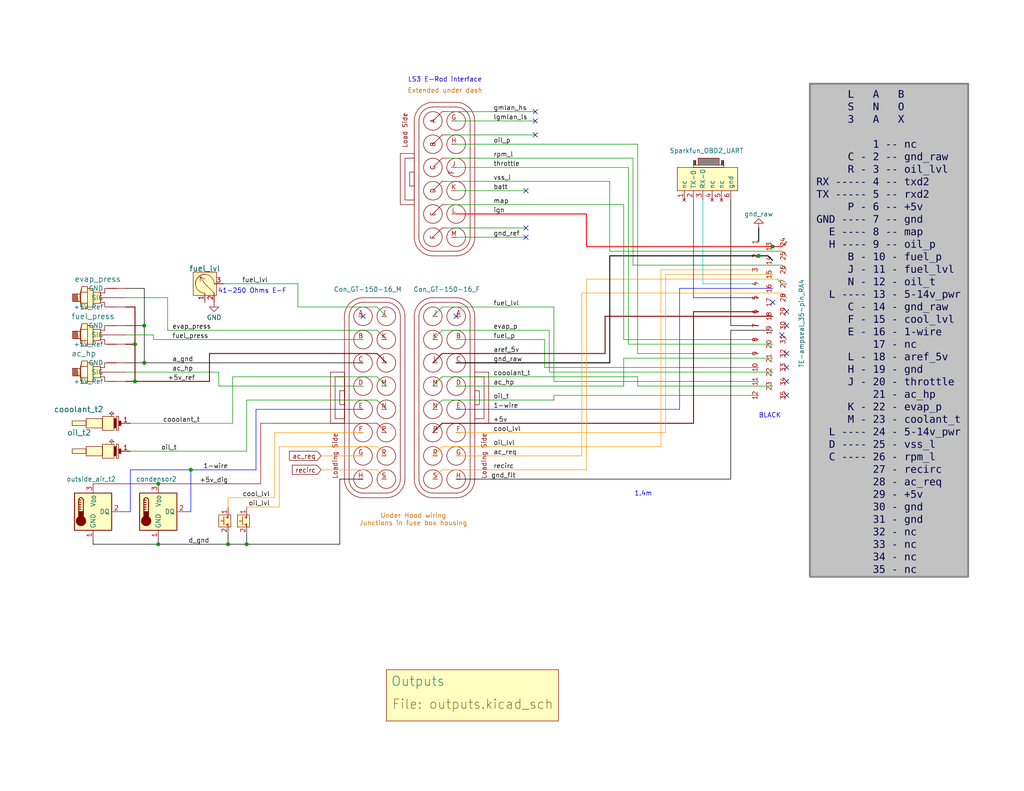
<source format=kicad_sch>
(kicad_sch (version 20231120) (generator "eeschema") (generator_version "8.0")
  (paper "USLetter")
  (title_block (title "Harness_DIY_Engine_monitoring") (date "2024-12-19") (rev "0.6") (comment 1 "Wiring harness & power driver schematic") (comment 2 "Pairs with PCB_DIY_Engine_Monitoring"))
  (lib_symbols
    (symbol "-2023:Con_GT-150-12_M" (pin_names (offset 1.016))
      (property "Value" "Con_GT-150-12_M" (at -1.27 13.97 0))
      (symbol "Con_GT-150-12_M_0_0"
        (arc (start -21.59 -2.54) (mid -20.1006 -6.1231) (end -16.51 -7.62))
        (arc (start -20.32 -2.54) (mid -19.2041 -5.2341) (end -16.51 -6.35))
        (arc (start -16.51 7.62) (mid -19.2041 6.5041) (end -20.32 3.81))
        (arc (start -16.51 8.89) (mid -20.0931 7.4006) (end -21.59 3.81))
        (rectangle (start -7.62 8.89) (end 6.35 12.7))
        (rectangle (start -6.35 8.89) (end 5.08 11.43))
        (rectangle (start -2.54 8.89) (end 1.27 10.16))
        (polyline (pts (xy -21.59 3.81) (xy -21.59 -2.54)))
        (polyline (pts (xy -20.32 -2.54) (xy -20.32 3.81)))
        (polyline (pts (xy -16.51 -7.62) (xy 15.24 -7.62)))
        (polyline (pts (xy -16.51 7.62) (xy 15.24 7.62)) (fill (type background)))
        (polyline (pts (xy 15.24 -6.35) (xy -16.51 -6.35)))
        (polyline (pts (xy 15.24 8.89) (xy -16.51 8.89)) (fill (type background)))
        (polyline (pts (xy 19.05 3.81) (xy 19.05 -2.54)))
        (polyline (pts (xy 20.32 3.81) (xy 20.32 -2.54)))
        (arc (start 15.24 -7.62) (mid 18.8231 -6.1306) (end 20.32 -2.54))
        (arc (start 15.24 -6.35) (mid 17.9341 -5.2341) (end 19.05 -2.54))
        (arc (start 19.05 3.81) (mid 17.9341 6.5041) (end 15.24 7.62))
        (arc (start 20.32 3.81) (mid 18.8306 7.3931) (end 15.24 8.89))
        (text "F" (at 1.27 -1.27 0) (effects (font (size 1.27 1.27))))
        (text "Load Side" (at 12.7 11.43 0) (effects (font (size 1.27 1.27))))
      )
      (symbol "Con_GT-150-12_M_0_1"
        (circle (center -16.51 -2.54) (radius 2.54))
        (circle (center -10.16 -2.54) (radius 2.54))
        (circle (center -3.81 -2.54) (radius 2.54))
        (circle (center 2.54 -2.54) (radius 2.54))
        (circle (center 8.89 -2.54) (radius 2.54))
        (circle (center 15.24 -2.54) (radius 2.54))
      )
      (symbol "Con_GT-150-12_M_1_1"
        (circle (center -16.51 3.81) (radius 2.54))
        (circle (center -10.16 3.81) (radius 2.54))
        (circle (center -3.81 3.81) (radius 2.54))
        (polyline (pts (xy -13.97 1.27) (xy -16.51 3.81)))
        (polyline (pts (xy -7.62 1.27) (xy -10.16 3.81)))
        (polyline (pts (xy -1.27 1.27) (xy -3.81 3.81)))
        (polyline (pts (xy 5.08 1.27) (xy 2.54 3.81)))
        (polyline (pts (xy 11.43 1.27) (xy 8.89 3.81)))
        (polyline (pts (xy 15.24 3.81) (xy 17.78 1.27)))
        (circle (center 2.54 3.81) (radius 2.54))
        (circle (center 8.89 3.81) (radius 2.54))
        (circle (center 15.24 3.81) (radius 2.54))
        (text "A" (at 15.24 3.81 0) (effects (font (size 1.27 1.27))))
        (text "B" (at 8.89 3.81 0) (effects (font (size 1.27 1.27))))
        (text "C" (at 2.54 3.81 0) (effects (font (size 1.27 1.27))))
        (text "D" (at -3.81 3.81 0) (effects (font (size 1.27 1.27))))
        (text "E" (at -10.16 3.81 0) (effects (font (size 1.27 1.27))))
        (text "F" (at -16.51 3.81 0) (effects (font (size 1.27 1.27))))
        (pin passive line (at 15.24 -2.54 90) (length 1.27) (name "~") (number "G"))
        (pin passive line (at 8.89 -2.54 90) (length 1.27) (name "~") (number "H"))
        (pin passive line (at 2.54 -2.54 90) (length 1.27) (name "~") (number "J"))
        (pin passive line (at -3.81 -2.54 90) (length 1.27) (name "~") (number "K"))
        (pin passive line (at -10.16 -2.54 90) (length 1.27) (name "~") (number "L"))
        (pin passive line (at -16.51 -2.54 90) (length 1.27) (name "~") (number "M"))
        (pin passive line (at -13.97 0 90) (length 1.27) (name "~") (number "~"))
        (pin passive line (at -7.62 0 90) (length 1.27) (name "~") (number "~"))
        (pin passive line (at -1.27 0 90) (length 1.27) (name "~") (number "~"))
        (pin passive line (at 5.08 0 90) (length 1.27) (name "~") (number "~"))
        (pin passive line (at 11.43 0 90) (length 1.27) (name "~") (number "~"))
        (pin passive line (at 17.78 0 90) (length 1.27) (name "~") (number "~"))
      )
    )
    (symbol "-KiCAD-parts:CANBED_DUAL"
      (symbol "CANBED_DUAL_1_1"
        (rectangle (start -2.54 -2.54) (end 15.24 -35.56) (fill (type background)))
        (text "http://docs.longan-labs.cc/1030019/" (at 2.54 -21.59 900) (effects (font (size 0.889 0.889))))
        (pin power_in line (at 0 0 270) (length 2.54) (name "VIN") (number "1"))
        (pin input line (at -5.08 -20.32 0) (length 2.54) (name "A3") (number "10"))
        (pin bidirectional line (at -5.08 -22.86 0) (length 2.54) (name "D25") (number "11"))
        (pin input line (at -5.08 -25.4 0) (length 2.54) (name "A0") (number "12"))
        (pin input line (at -5.08 -27.94 0) (length 2.54) (name "A1") (number "13"))
        (pin input line (at -5.08 -30.48 0) (length 2.54) (name "A2") (number "14"))
        (pin power_in line (at -5.08 -33.02 0) (length 2.54) (name "5V") (number "15"))
        (pin input line (at 17.78 -12.7 180) (length 2.54) (name "RX") (number "16"))
        (pin output line (at 17.78 -15.24 180) (length 2.54) (name "TX") (number "17"))
        (pin bidirectional line (at 17.78 -17.78 180) (length 2.54) (name "SDA") (number "18"))
        (pin bidirectional line (at 17.78 -20.32 180) (length 2.54) (name "SCL") (number "19"))
        (pin power_in line (at 2.54 0 270) (length 2.54) (name "GND") (number "2"))
        (pin bidirectional line (at 17.78 -22.86 180) (length 2.54) (name "D21") (number "20"))
        (pin bidirectional line (at 17.78 -25.4 180) (length 2.54) (name "D22") (number "21"))
        (pin bidirectional line (at 17.78 -27.94 180) (length 2.54) (name "D23") (number "22"))
        (pin power_out line (at 17.78 -30.48 180) (length 2.54) (name "3.3V") (number "24"))
        (pin power_out line (at 17.78 -33.02 180) (length 2.54) (name "GND") (number "25"))
        (pin bidirectional line (at 5.08 0 270) (length 2.54) (name "CAN0H") (number "3"))
        (pin bidirectional line (at 7.62 0 270) (length 2.54) (name "CAN0L") (number "4"))
        (pin bidirectional line (at 10.16 0 270) (length 2.54) (name "CAN1H") (number "5"))
        (pin bidirectional line (at 12.7 0 270) (length 2.54) (name "CAN1L") (number "6"))
        (pin bidirectional line (at -5.08 -12.7 0) (length 2.54) (name "D10") (number "7"))
        (pin bidirectional line (at -5.08 -15.24 0) (length 2.54) (name "D19") (number "8"))
        (pin bidirectional line (at -5.08 -17.78 0) (length 2.54) (name "D20") (number "9"))
      )
    )
    (symbol "-KiCAD-parts:Con_GT-150-16_F" (pin_names (offset 1.016))
      (property "Value" "Con_GT-150-16_F" (at -16.51 10.16 0))
      (symbol "Con_GT-150-16_F_0_0"
        (polyline (pts (xy 10.16 -7.62) (xy 22.86 -7.62)))
        (polyline (pts (xy 10.16 6.35) (xy 22.86 6.35)))
        (polyline (pts (xy 22.86 -8.89) (xy 10.16 -8.89)))
        (polyline (pts (xy 22.86 7.62) (xy 10.16 7.62)))
        (text "Loading Side" (at 16.51 10.16 0) (effects (font (size 1.27 1.27))))
      )
      (symbol "Con_GT-150-16_F_1_1"
        (arc (start -26.67 -3.81) (mid -25.1806 -7.3931) (end -21.59 -8.89))
        (arc (start -25.4 -3.81) (mid -24.2841 -6.5041) (end -21.59 -7.62))
        (circle (center -21.59 -3.81) (radius 2.54))
        (circle (center -21.59 2.54) (radius 2.54))
        (arc (start -21.59 6.35) (mid -24.2841 5.2341) (end -25.4 2.54))
        (arc (start -21.59 7.62) (mid -25.1731 6.1306) (end -26.67 2.54))
        (circle (center -15.24 -3.81) (radius 2.54))
        (circle (center -15.24 2.54) (radius 2.54))
        (circle (center -8.89 -3.81) (radius 2.54))
        (circle (center -8.89 2.54) (radius 2.54))
        (rectangle (start -6.35 7.62) (end 7.62 11.43))
        (rectangle (start -5.08 7.62) (end 6.35 10.16))
        (circle (center -2.54 -3.81) (radius 2.54))
        (circle (center -2.54 2.54) (radius 2.54))
        (rectangle (start -1.27 7.62) (end 2.54 8.89))
        (polyline (pts (xy -26.67 2.54) (xy -26.67 -3.81)))
        (polyline (pts (xy -25.4 -3.81) (xy -25.4 2.54)))
        (polyline (pts (xy -21.59 -8.89) (xy 10.16 -8.89)))
        (polyline (pts (xy -21.59 6.35) (xy 10.16 6.35)) (fill (type background)))
        (polyline (pts (xy 10.16 -7.62) (xy -21.59 -7.62)))
        (polyline (pts (xy 10.16 7.62) (xy -21.59 7.62)))
        (polyline (pts (xy 26.67 2.54) (xy 26.67 -3.81)))
        (polyline (pts (xy 27.94 2.54) (xy 27.94 -3.81)))
        (circle (center 3.81 -3.81) (radius 2.54))
        (circle (center 3.81 2.54) (radius 2.54))
        (circle (center 10.16 -3.81) (radius 2.54))
        (circle (center 10.16 2.54) (radius 2.54))
        (circle (center 16.51 -3.81) (radius 2.54))
        (circle (center 16.51 2.54) (radius 2.54))
        (arc (start 22.86 -8.89) (mid 26.4431 -7.4006) (end 27.94 -3.81))
        (arc (start 22.86 -7.62) (mid 25.5541 -6.5041) (end 26.67 -3.81))
        (circle (center 22.86 -3.81) (radius 2.54))
        (circle (center 22.86 2.54) (radius 2.54))
        (arc (start 26.67 2.54) (mid 25.5541 5.2341) (end 22.86 6.35))
        (arc (start 27.94 2.54) (mid 26.4506 6.1231) (end 22.86 7.62))
        (pin passive line (at -21.59 2.54 90) (length 1.27) (name "~") (number "A"))
        (pin passive line (at -15.24 2.54 90) (length 1.27) (name "~") (number "B"))
        (pin passive line (at -8.89 2.54 90) (length 1.27) (name "~") (number "C"))
        (pin passive line (at -2.54 2.54 90) (length 1.27) (name "~") (number "D"))
        (pin passive line (at 3.81 2.54 90) (length 1.27) (name "~") (number "E"))
        (pin passive line (at 10.16 2.54 90) (length 1.27) (name "~") (number "F"))
        (pin passive line (at 16.51 2.54 90) (length 1.27) (name "~") (number "G"))
        (pin passive line (at 22.86 2.54 90) (length 1.27) (name "~") (number "H"))
        (pin passive line (at -21.59 -3.81 90) (length 1.27) (name "~") (number "J"))
        (pin passive line (at -15.24 -3.81 90) (length 1.27) (name "~") (number "K"))
        (pin passive line (at -8.89 -3.81 90) (length 1.27) (name "~") (number "L"))
        (pin passive line (at -2.54 -3.81 90) (length 1.27) (name "~") (number "M"))
        (pin passive line (at 3.81 -3.81 90) (length 1.27) (name "~") (number "N"))
        (pin passive line (at 10.16 -3.81 90) (length 1.27) (name "~") (number "P"))
        (pin passive line (at 16.51 -3.81 90) (length 1.27) (name "~") (number "R"))
        (pin passive line (at 22.86 -3.81 90) (length 1.27) (name "~") (number "S"))
      )
    )
    (symbol "-KiCAD-parts:SW_SPDT" (power) (pin_names (offset 1.016))
      (symbol "SW_SPDT_0_0"
        (rectangle (start -1.905 1.905) (end 3.175 -1.905) (fill (type background)))
      )
      (symbol "SW_SPDT_0_1"
        (polyline (pts (xy -1.27 0) (xy 2.286 0.508)))
        (polyline (pts (xy 2.286 -1.27) (xy 2.032 -0.762) (xy 1.778 -1.27) (xy 2.54 -1.27)))
        (polyline (pts (xy 2.286 1.27) (xy 2.032 0.762) (xy 1.778 1.27) (xy 2.54 1.27)))
      )
      (symbol "SW_SPDT_1_1"
        (pin passive line (at -3.81 0 0) (length 2.54) (name "~") (number "1"))
        (pin passive line (at 5.08 1.27 180) (length 2.54) (name "~") (number "2"))
        (pin passive line (at 5.08 -1.27 180) (length 2.54) (name "~") (number "3"))
      )
    )
    (symbol "-KiCAD-parts:Temp_transducer" (pin_names (offset 1.016))
      (property "Value" "Temp_transducer" (at -0.635 4.445 0))
      (symbol "Temp_transducer_0_1"
        (rectangle (start -4.445 0.635) (end -5.08 -0.635) (fill (type outline)))
        (rectangle (start -4.445 1.905) (end -3.81 -1.905) (fill (type background)))
        (rectangle (start -3.175 1.27) (end -3.81 -1.27) (fill (type outline)))
        (rectangle (start -3.175 1.905) (end 0 -1.905) (fill (type background)))
        (polyline (pts (xy -2.54 -1.905) (xy -2.54 -2.54) (xy -3.175 -2.54) (xy -2.54 -3.175) (xy -1.905 -2.54) (xy -2.54 -2.54)))
        (rectangle (start 0 1.27) (end 4.445 -1.27) (fill (type background)))
        (rectangle (start 4.445 0.635) (end 8.255 -0.635) (fill (type background)))
      )
      (symbol "Temp_transducer_1_1"
        (pin output line (at -7.62 0 0) (length 2.54) (name "~") (number "1"))
      )
    )
    (symbol "-KiCAD-parts:Variable_Resistor" (pin_names (offset 1.016))
      (property "Value" "Variable_Resistor" (at 0 5.08 0))
      (symbol "Variable_Resistor_0_1"
        (rectangle (start -1.905 3.175) (end 4.445 -3.175) (fill (type background)))
        (polyline (pts (xy 1.27 0) (xy -1.27 -2.54)) (stroke (width 0.127)))
        (polyline (pts (xy 3.175 1.27) (xy 2.54 0)) (stroke (width 0.127)))
        (polyline (pts (xy 1.27 0) (xy 3.175 1.27) (xy 1.905 1.27)) (stroke (width 0.127)))
        (arc (start 1.27 -2.54) (mid 3.799 0) (end 1.27 2.54) (stroke (width 0.127)))
        (arc (start 3.81 0) (mid 1.27 2.529) (end -1.27 0) (stroke (width 0.127)))
      )
      (symbol "Variable_Resistor_1_1"
        (pin passive line (at -3.81 0 0) (length 2.54) (name "~") (number "1"))
        (pin passive line (at -3.81 -2.54 0) (length 2.54) (name "~") (number "2"))
        (pin passive line (at 1.27 -5.08 90) (length 2.54) (name "~") (number "3"))
      )
    )
    (symbol "Connector_Generic:Conn_01x06" (pin_names (offset 1.016) hide)
      (property "Reference" "J" (at 0 7.62 0))
      (property "Value" "Conn_01x06" (at 0 -10.16 0))
      (symbol "Conn_01x06_1_1"
        (rectangle (start -1.27 -7.493) (end 0 -7.747) (stroke (width 0.1524)))
        (rectangle (start -1.27 -4.953) (end 0 -5.207) (stroke (width 0.1524)))
        (rectangle (start -1.27 -2.413) (end 0 -2.667) (stroke (width 0.1524)))
        (rectangle (start -1.27 0.127) (end 0 -0.127) (stroke (width 0.1524)))
        (rectangle (start -1.27 2.667) (end 0 2.413) (stroke (width 0.1524)))
        (rectangle (start -1.27 5.207) (end 0 4.953) (stroke (width 0.1524)))
        (rectangle (start -1.27 6.35) (end 1.27 -8.89) (stroke (width 0.254)) (fill (type background)))
        (pin passive line (at -5.08 5.08 0) (length 3.81) (name "Pin_1") (number "1"))
        (pin passive line (at -5.08 2.54 0) (length 3.81) (name "Pin_2") (number "2"))
        (pin passive line (at -5.08 0 0) (length 3.81) (name "Pin_3") (number "3"))
        (pin passive line (at -5.08 -2.54 0) (length 3.81) (name "Pin_4") (number "4"))
        (pin passive line (at -5.08 -5.08 0) (length 3.81) (name "Pin_5") (number "5"))
        (pin passive line (at -5.08 -7.62 0) (length 3.81) (name "Pin_6") (number "6"))
      )
    )
    (symbol "KiCAD-parts:Pressure_transducer" (pin_names (offset 1.016))
      (property "Value" "Pressure_transducer" (at 0 5.08 0))
      (symbol "Pressure_transducer_0_0"
        (polyline (pts (xy -0.635 -1.27) (xy -2.54 -1.27)))
        (polyline (pts (xy -5.08 -3.81) (xy -1.905 -3.81) (xy -1.905 -2.54) (xy -0.635 -2.54)))
        (polyline (pts (xy -5.08 1.27) (xy -1.905 1.27) (xy -1.905 0) (xy -0.635 0)))
      )
      (symbol "Pressure_transducer_0_1"
        (polyline (pts (xy 1.27 0.254) (xy 1.27 -2.794)))
        (polyline (pts (xy 2.794 0.254) (xy 4.572 0.254)))
        (polyline (pts (xy 4.826 -2.286) (xy 4.826 -0.254)))
        (polyline (pts (xy 5.588 -2.286) (xy 5.334 -0.254)))
        (polyline (pts (xy 5.842 -2.286) (xy 5.588 -0.254)))
        (polyline (pts (xy 6.096 -2.286) (xy 5.842 -0.254)))
        (polyline (pts (xy 6.35 -2.286) (xy 6.096 -0.254)))
        (polyline (pts (xy 6.604 -2.286) (xy 6.35 -0.254)))
        (polyline (pts (xy 6.858 -2.286) (xy 6.604 -0.254)))
        (polyline (pts (xy 2.794 1.27) (xy 2.794 -3.81) (xy 1.27 -3.81) (xy 1.27 -2.794) (xy -0.762 -2.794) (xy -0.762 0.254) (xy 1.27 0.254) (xy 1.27 1.27) (xy 2.794 1.27) (xy 2.794 1.778) (xy 4.318 1.778) (xy 4.826 -0.254) (xy 6.858 -0.254) (xy 6.858 -2.286) (xy 4.826 -2.286) (xy 4.318 -4.318) (xy 2.794 -4.318) (xy 2.794 -2.794) (xy 4.572 -2.794)) (fill (type background)))
        (arc (start 4.318 -4.318) (mid 4.6409 -1.27) (end 4.318 1.778))
        (pin input line (at -7.62 1.27 0) (length 5.08) (name "+5V_Ref") (number "~"))
      )
      (symbol "Pressure_transducer_1_1"
        (pin input line (at -7.62 -3.81 0) (length 5.08) (name "GND") (number "~"))
        (pin output line (at -7.62 -1.27 0) (length 5.08) (name "SIG") (number "~"))
      )
    )
    (symbol "KiCAD-parts:SW_NO" (pin_names (offset 1.016))
      (symbol "SW_NO_0_0"
        (polyline (pts (xy 0.762 -1.27) (xy 1.27 -1.27) (xy 1.016 -0.762) (xy 0.762 -1.27)))
      )
      (symbol "SW_NO_0_1"
        (polyline (pts (xy -1.27 -0.127) (xy 1.143 -0.127)))
        (polyline (pts (xy 0 0) (xy 0 0.762)))
        (polyline (pts (xy -1.27 -1.27) (xy -1.016 -0.762) (xy -0.762 -1.27) (xy -1.27 -1.27)))
        (rectangle (start 1.651 -2.032) (end -1.651 1.27) (fill (type background)))
      )
      (symbol "SW_NO_1_1"
        (pin bidirectional line (at -3.81 -1.27 0) (length 2.54) (name "~") (number "1"))
        (pin bidirectional line (at 3.81 -1.27 180) (length 2.54) (name "~") (number "2"))
      )
    )
    (symbol "KiCAD-parts:Splice_pack" (pin_numbers hide) (pin_names hide) (on_board no)
      (property "Reference" "SP205" (at -0.3175 10.637 90))
      (symbol "Splice_pack_0_1"
        (rectangle (start -2.54 10.795) (end 2.54 3.81) (stroke (width 0.1524)))
        (polyline (pts (xy -0.635 4.445) (xy 0.635 4.445)) (stroke (width 0.1524)))
        (polyline (pts (xy -0.635 10.16) (xy 0.635 10.16)) (stroke (width 0.1524)))
        (polyline (pts (xy 0 4.445) (xy 0.635 5.08)) (stroke (width 0.1524)))
        (polyline (pts (xy 0 10.16) (xy 0.635 9.525)) (stroke (width 0.1524)))
        (polyline (pts (xy -0.635 3.175) (xy 0 2.54) (xy 0.635 3.175)) (stroke (width 0.1524)))
        (polyline (pts (xy -0.635 11.43) (xy 0 12.065) (xy 0.635 11.43)) (stroke (width 0.1524)))
        (polyline (pts (xy 0 6.985) (xy 0 4.445) (xy -0.635 5.08)) (stroke (width 0.1524)))
        (polyline (pts (xy 0 6.985) (xy 0 10.16) (xy -0.635 9.525)) (stroke (width 0.1524)))
        (circle (center 0 6.985) (radius 0.635) (stroke (width 0.1524)) (fill (type outline)))
      )
      (symbol "Splice_pack_1_1"
        (pin input line (at 0 0 90) (length 2.54) (name "") (number ""))
        (pin input line (at 0 14.605 270) (length 2.54) (name "") (number ""))
      )
    )
    (symbol "Sensor_Temperature:DS18S20"
      (property "Reference" "U" (at -3.81 6.35 0))
      (property "Value" "DS18S20" (at 6.35 6.35 0))
      (symbol "DS18S20_0_1"
        (rectangle (start -5.08 5.08) (end 5.08 -5.08) (stroke (width 0.254)) (fill (type background)))
        (circle (center -3.302 -2.54) (radius 1.27) (stroke (width 0.254)) (fill (type outline)))
        (rectangle (start -2.667 -1.905) (end -3.937 0) (stroke (width 0.254)) (fill (type outline)))
        (arc (start -2.667 3.175) (mid -3.302 3.8073) (end -3.937 3.175) (stroke (width 0.254)))
        (polyline (pts (xy -3.937 0.635) (xy -3.302 0.635)) (stroke (width 0.254)))
        (polyline (pts (xy -3.937 1.27) (xy -3.302 1.27)) (stroke (width 0.254)))
        (polyline (pts (xy -3.937 1.905) (xy -3.302 1.905)) (stroke (width 0.254)))
        (polyline (pts (xy -3.937 2.54) (xy -3.302 2.54)) (stroke (width 0.254)))
        (polyline (pts (xy -3.937 3.175) (xy -3.937 0)) (stroke (width 0.254)))
        (polyline (pts (xy -3.937 3.175) (xy -3.302 3.175)) (stroke (width 0.254)))
        (polyline (pts (xy -2.667 3.175) (xy -2.667 0)) (stroke (width 0.254)))
      )
      (symbol "DS18S20_1_1"
        (pin power_in line (at 0 -7.62 90) (length 2.54) (name "GND") (number "1"))
        (pin bidirectional line (at 7.62 0 180) (length 2.54) (name "DQ") (number "2"))
        (pin power_in line (at 0 7.62 270) (length 2.54) (name "V_{DD}") (number "3"))
      )
    )
    (symbol "power:GND" (power) (pin_numbers hide) (pin_names (offset 0) hide)
      (property "Value" "GND" (at 0 -3.81 0))
      (symbol "GND_0_1"
        (polyline (pts (xy 0 0) (xy 0 -1.27) (xy 1.27 -1.27) (xy 0 -2.54) (xy -1.27 -1.27) (xy 0 -1.27)))
      )
      (symbol "GND_1_1"
        (pin power_in line (at 0 0 270) (length 0) (name "~") (number "1"))
      )
    )
    (symbol "~2023:Con_GT-150-16_M" (pin_names (offset 1.016))
      (property "Value" "Con_GT-150-16_M" (at 17.78 10.16 0))
      (symbol "Con_GT-150-16_M_0_0"
        (polyline (pts (xy 10.16 -7.62) (xy 22.86 -7.62)))
        (polyline (pts (xy 10.16 6.35) (xy 22.86 6.35)))
        (polyline (pts (xy 22.86 -8.89) (xy 10.16 -8.89)))
        (polyline (pts (xy 22.86 7.62) (xy 10.16 7.62)))
        (text "Loading Side" (at -15.24 10.16 0) (effects (font (size 1.27 1.27))))
      )
      (symbol "Con_GT-150-16_M_1_1"
        (arc (start -26.67 -3.81) (mid -25.1806 -7.3931) (end -21.59 -8.89))
        (arc (start -25.4 -3.81) (mid -24.2841 -6.5041) (end -21.59 -7.62))
        (circle (center -21.59 -3.81) (radius 2.54))
        (circle (center -21.59 2.54) (radius 2.54))
        (arc (start -21.59 6.35) (mid -24.2841 5.2341) (end -25.4 2.54))
        (arc (start -21.59 7.62) (mid -25.1731 6.1306) (end -26.67 2.54))
        (circle (center -15.24 -3.81) (radius 2.54))
        (circle (center -15.24 2.54) (radius 2.54))
        (circle (center -8.89 -3.81) (radius 2.54))
        (circle (center -8.89 2.54) (radius 2.54))
        (rectangle (start -6.35 7.62) (end 7.62 11.43))
        (rectangle (start -5.08 7.62) (end 6.35 10.16))
        (circle (center -2.54 -3.81) (radius 2.54))
        (circle (center -2.54 2.54) (radius 2.54))
        (rectangle (start -1.27 7.62) (end 2.54 8.89))
        (polyline (pts (xy -26.67 2.54) (xy -26.67 -3.81)))
        (polyline (pts (xy -25.4 -3.81) (xy -25.4 2.54)))
        (polyline (pts (xy -21.59 -8.89) (xy 10.16 -8.89)))
        (polyline (pts (xy -21.59 6.35) (xy 10.16 6.35)) (fill (type background)))
        (polyline (pts (xy 10.16 -7.62) (xy -21.59 -7.62)))
        (polyline (pts (xy 10.16 7.62) (xy -21.59 7.62)))
        (polyline (pts (xy 26.67 2.54) (xy 26.67 -3.81)))
        (polyline (pts (xy 27.94 2.54) (xy 27.94 -3.81)))
        (circle (center 3.81 -3.81) (radius 2.54))
        (circle (center 3.81 2.54) (radius 2.54))
        (circle (center 10.16 -3.81) (radius 2.54))
        (circle (center 10.16 2.54) (radius 2.54))
        (circle (center 16.51 -3.81) (radius 2.54))
        (circle (center 16.51 2.54) (radius 2.54))
        (arc (start 22.86 -8.89) (mid 26.4431 -7.4006) (end 27.94 -3.81))
        (arc (start 22.86 -7.62) (mid 25.5541 -6.5041) (end 26.67 -3.81))
        (circle (center 22.86 -3.81) (radius 2.54))
        (circle (center 22.86 2.54) (radius 2.54))
        (arc (start 26.67 2.54) (mid 25.5541 5.2341) (end 22.86 6.35))
        (arc (start 27.94 2.54) (mid 26.4506 6.1231) (end 22.86 7.62))
        (pin passive line (at 22.86 2.54 90) (length 1.27) (name "~") (number "A"))
        (pin passive line (at 16.51 2.54 90) (length 1.27) (name "~") (number "B"))
        (pin passive line (at 10.16 2.54 90) (length 1.27) (name "~") (number "C"))
        (pin passive line (at 3.81 2.54 90) (length 1.27) (name "~") (number "D"))
        (pin passive line (at -2.54 2.54 90) (length 1.27) (name "~") (number "E"))
        (pin passive line (at -8.89 2.54 90) (length 1.27) (name "~") (number "F"))
        (pin passive line (at -15.24 2.54 90) (length 1.27) (name "~") (number "G"))
        (pin passive line (at -21.59 2.54 90) (length 1.27) (name "~") (number "H"))
        (pin passive line (at 22.86 -3.81 90) (length 1.27) (name "~") (number "J"))
        (pin passive line (at 16.51 -3.81 90) (length 1.27) (name "~") (number "K"))
        (pin passive line (at 10.16 -3.81 90) (length 1.27) (name "~") (number "L"))
        (pin passive line (at 3.81 -3.81 90) (length 1.27) (name "~") (number "M"))
        (pin passive line (at -2.54 -3.81 90) (length 1.27) (name "~") (number "N"))
        (pin passive line (at -8.89 -3.81 90) (length 1.27) (name "~") (number "P"))
        (pin passive line (at -15.24 -3.81 90) (length 1.27) (name "~") (number "R"))
        (pin passive line (at -21.59 -3.81 90) (length 1.27) (name "~") (number "S"))
      )
    )
    (symbol "~2023:Sparkfun_OBD2_UART"
      (property "Value" "Sparkfun_OBD2_UART" (at 9.144 4.064 0))
      (symbol "Sparkfun_OBD2_UART_1_1"
        (rectangle (start 2.54 1.905) (end 8.89 -14.605) (fill (type background)))
        (rectangle (start 8.89 -2.54) (end 9.525 -10.795))
        (rectangle (start 9.525 -10.16) (end 10.795 -10.795) (fill (type color) (color 72 72 72 1)))
        (rectangle (start 9.525 -3.81) (end 11.43 -9.525) (fill (type color) (color 132 132 132 1)))
        (rectangle (start 9.525 -2.54) (end 10.795 -3.175) (fill (type color) (color 72 72 72 1)))
        (pin no_connect line (at 0 0 0) (length 2.54) (name "nc") (number "1"))
        (pin output line (at 0 -2.54 0) (length 2.54) (name "TX-0") (number "2"))
        (pin input line (at 0 -5.08 0) (length 2.54) (name "RX-0") (number "3"))
        (pin no_connect line (at 0 -7.62 0) (length 2.54) (name "nc") (number "4"))
        (pin no_connect line (at 0 -10.16 0) (length 2.54) (name "nc") (number "5"))
        (pin power_in line (at 0 -12.7 0) (length 2.54) (name "gnd") (number "6"))
      )
    )
    (symbol "~2023:TE-ampseal_35-pin_RA"
      (property "Reference" "TE-ampseal_35-pin_RA" (at -0.254 5.588 0))
      (symbol "TE-ampseal_35-pin_RA_1_1"
        (pin passive line (at 0 0 0) (length 0) (name "") (number "1"))
        (pin passive line (at 34.29 0 0) (length 0) (name "") (number "10"))
        (pin passive line (at 38.1 0 0) (length 0) (name "") (number "11"))
        (pin passive line (at 41.91 0 0) (length 0) (name "") (number "12"))
        (pin passive line (at 1.27 -3.81 0) (length 0) (name "") (number "13"))
        (pin passive line (at 5.08 -3.81 0) (length 0) (name "") (number "14"))
        (pin passive line (at 8.89 -3.81 0) (length 0) (name "") (number "15"))
        (pin passive line (at 12.7 -3.81 0) (length 0) (name "") (number "16"))
        (pin passive line (at 16.51 -3.81 0) (length 0) (name "") (number "17"))
        (pin passive line (at 20.32 -3.81 0) (length 0) (name "") (number "18"))
        (pin passive line (at 24.13 -3.81 0) (length 0) (name "") (number "19"))
        (pin passive line (at 3.81 0 0) (length 0) (name "") (number "2"))
        (pin passive line (at 27.94 -3.81 0) (length 0) (name "") (number "20"))
        (pin passive line (at 31.75 -3.81 0) (length 0) (name "") (number "21"))
        (pin passive line (at 35.56 -3.81 0) (length 0) (name "") (number "22"))
        (pin passive line (at 39.37 -3.81 0) (length 0) (name "") (number "23"))
        (pin passive line (at 0 -7.62 0) (length 0) (name "") (number "24"))
        (pin passive line (at 3.81 -7.62 0) (length 0) (name "") (number "25"))
        (pin passive line (at 7.62 -7.62 0) (length 0) (name "") (number "26"))
        (pin passive line (at 11.43 -7.62 0) (length 0) (name "") (number "27"))
        (pin passive line (at 15.24 -7.62 0) (length 0) (name "") (number "28"))
        (pin passive line (at 19.05 -7.62 0) (length 0) (name "") (number "29"))
        (pin passive line (at 7.62 0 0) (length 0) (name "") (number "3"))
        (pin passive line (at 22.86 -7.62 0) (length 0) (name "") (number "30"))
        (pin passive line (at 26.67 -7.62 0) (length 0) (name "") (number "31"))
        (pin passive line (at 30.48 -7.62 0) (length 0) (name "") (number "32"))
        (pin passive line (at 34.29 -7.62 0) (length 0) (name "") (number "33"))
        (pin passive line (at 38.1 -7.62 0) (length 0) (name "") (number "34"))
        (pin passive line (at 41.91 -7.62 0) (length 0) (name "") (number "35"))
        (pin passive line (at 11.43 0 0) (length 0) (name "") (number "4"))
        (pin passive line (at 15.24 0 0) (length 0) (name "") (number "5"))
        (pin passive line (at 19.05 0 0) (length 0) (name "") (number "6"))
        (pin passive line (at 22.86 0 0) (length 0) (name "") (number "7"))
        (pin passive line (at 26.67 0 0) (length 0) (name "") (number "8"))
        (pin passive line (at 30.48 0 0) (length 0) (name "") (number "9"))
      )
    )
  )
  (junction (at 43.18 148.59))
  (junction (at 207.01 69.85))
  (junction (at 62.23 148.59))
  (junction (at 39.37 99.06))
  (junction (at 335.28 67.31))
  (junction (at 36.83 93.98))
  (junction (at 36.83 104.14))
  (junction (at 210.82 67.31))
  (junction (at 52.07 128.27))
  (junction (at 43.18 132.08))
  (junction (at 39.37 88.9))
  (junction (at 67.31 148.59))
  (no_connect (at 146.05 33.02))
  (no_connect (at 213.36 91.44))
  (no_connect (at 350.52 97.79))
  (no_connect (at 146.05 30.48))
  (no_connect (at 327.66 87.63))
  (no_connect (at 350.52 82.55))
  (no_connect (at 350.52 85.09))
  (no_connect (at 327.66 92.71))
  (no_connect (at 350.52 92.71))
  (no_connect (at 146.05 36.83))
  (no_connect (at 214.63 104.14))
  (no_connect (at 214.63 88.9))
  (no_connect (at 350.52 95.25))
  (no_connect (at 327.66 100.33))
  (no_connect (at 143.51 64.77))
  (no_connect (at 214.63 100.33))
  (no_connect (at 99.06 86.36))
  (no_connect (at 143.51 62.23))
  (no_connect (at 350.52 100.33))
  (no_connect (at 143.51 52.07))
  (no_connect (at 327.66 95.25))
  (no_connect (at 210.82 82.55))
  (no_connect (at 327.66 90.17))
  (no_connect (at 327.66 82.55))
  (no_connect (at 214.63 85.09))
  (no_connect (at 214.63 96.52))
  (no_connect (at 327.66 97.79))
  (no_connect (at 124.46 86.36))
  (no_connect (at 327.66 102.87))
  (no_connect (at 327.66 85.09))
  (no_connect (at 214.63 107.95))
  (wire (pts (xy 36.83 93.98) (xy 36.83 104.14)) (stroke (width 0.254) (color 132 0 0 1)))
  (wire (pts (xy 173.99 102.87) (xy 173.99 105.41)))
  (wire (pts (xy 71.12 115.57) (xy 71.12 132.08)) (stroke (width 0) (color 194 0 0 1)))
  (wire (pts (xy 25.4 132.08) (xy 43.18 132.08)) (stroke (width 0) (color 132 0 0 1)))
  (wire (pts (xy 329.565 43.18) (xy 328.295 43.18)))
  (wire (pts (xy 35.56 115.57) (xy 63.5 115.57)))
  (wire (pts (xy 36.83 83.82) (xy 36.83 93.98)) (stroke (width 0.254) (color 132 0 0 1)))
  (wire (pts (xy 170.18 92.71) (xy 207.01 92.71)))
  (wire (pts (xy 120.65 121.92) (xy 118.11 124.46)) (stroke (width 0) (color 255 153 0 1)))
  (wire (pts (xy 120.65 96.52) (xy 165.1 96.52)) (stroke (width 0.254) (color 132 0 0 1)))
  (wire (pts (xy 105.41 118.11) (xy 102.87 115.57)) (stroke (width 0) (color 194 0 0 1)))
  (wire (pts (xy 34.29 101.6) (xy 59.69 101.6)))
  (wire (pts (xy 329.565 35.56) (xy 328.295 35.56)))
  (wire (pts (xy 160.02 76.2) (xy 212.09 76.2)) (stroke (width 0) (color 255 153 0 1)))
  (wire (pts (xy 76.2 121.92) (xy 76.2 138.43)) (stroke (width 0) (color 255 153 0 1)))
  (wire (pts (xy 149.86 90.17) (xy 149.86 101.6)))
  (wire (pts (xy 39.37 78.74) (xy 39.37 88.9)) (stroke (width 0) (color 0 0 0 1)))
  (wire (pts (xy 36.83 104.14) (xy 57.15 104.14)) (stroke (width 0.254) (color 132 0 0 1)))
  (wire (pts (xy 185.42 78.74) (xy 185.42 111.76)) (stroke (width 0) (color 0 0 255 1)))
  (wire (pts (xy 121.92 36.83) (xy 146.05 36.83)))
  (wire (pts (xy 151.13 107.95) (xy 207.01 107.95)))
  (wire (pts (xy 59.69 101.6) (xy 59.69 105.41)))
  (wire (pts (xy 173.99 39.37) (xy 173.99 96.52)))
  (wire (pts (xy 63.5 102.87) (xy 102.87 102.87)))
  (wire (pts (xy 121.92 30.48) (xy 146.05 30.48)))
  (wire (pts (xy 120.65 115.57) (xy 189.23 115.57)) (stroke (width 0.254) (color 132 0 0 1)))
  (wire (pts (xy 151.13 83.82) (xy 151.13 104.14)))
  (wire (pts (xy 170.18 55.88) (xy 170.18 92.71)))
  (wire (pts (xy 335.28 67.31) (xy 335.28 69.85)))
  (wire (pts (xy 124.46 118.11) (xy 181.61 118.11)) (stroke (width 0) (color 255 153 0 1)))
  (wire (pts (xy 160.02 58.42) (xy 160.02 67.31)) (stroke (width 0.254) (color 255 0 0 1)))
  (wire (pts (xy 160.02 76.2) (xy 160.02 128.27)) (stroke (width 0) (color 255 153 0 1)))
  (wire (pts (xy 34.29 99.06) (xy 39.37 99.06)) (stroke (width 0) (color 0 0 0 1)))
  (wire (pts (xy 25.4 148.59) (xy 43.18 148.59)) (stroke (width 0) (color 0 0 0 1)))
  (wire (pts (xy 121.92 62.23) (xy 143.51 62.23)))
  (wire (pts (xy 337.185 53.34) (xy 342.9 53.34)))
  (wire (pts (xy 57.15 96.52) (xy 57.15 104.14)) (stroke (width 0.254) (color 132 0 0 1)))
  (wire (pts (xy 350.52 87.63) (xy 360.68 87.63)))
  (wire (pts (xy 67.31 109.22) (xy 102.87 109.22)))
  (wire (pts (xy 214.63 81.28) (xy 213.36 80.01)))
  (wire (pts (xy 45.72 90.17) (xy 102.87 90.17)))
  (wire (pts (xy 35.56 139.7) (xy 33.02 139.7)) (stroke (width 0) (color 0 0 255 1)))
  (wire (pts (xy 189.23 85.09) (xy 189.23 115.57)) (stroke (width 0.254) (color 132 0 0 1)))
  (wire (pts (xy 171.45 45.72) (xy 171.45 93.98)))
  (wire (pts (xy 171.45 93.98) (xy 210.82 93.98)))
  (wire (pts (xy 342.9 53.34) (xy 342.9 69.85)))
  (wire (pts (xy 102.87 109.22) (xy 105.41 111.76)))
  (wire (pts (xy 185.42 78.74) (xy 210.82 78.74)) (stroke (width 0) (color 0 0 255 1)))
  (wire (pts (xy 124.46 52.07) (xy 143.51 52.07)))
  (wire (pts (xy 214.63 77.47) (xy 213.36 77.47)))
  (wire (pts (xy 313.69 62.23) (xy 337.82 62.23)))
  (wire (pts (xy 124.46 33.02) (xy 146.05 33.02)))
  (wire (pts (xy 120.65 83.82) (xy 151.13 83.82)))
  (wire (pts (xy 166.37 69.85) (xy 207.01 69.85)) (stroke (width 0.254) (color 0 0 0 1)))
  (wire (pts (xy 340.36 64.77) (xy 313.69 64.77)))
  (wire (pts (xy 173.99 105.41) (xy 210.82 105.41)))
  (wire (pts (xy 149.86 101.6) (xy 210.82 101.6)))
  (wire (pts (xy 62.23 135.89) (xy 74.93 135.89)) (stroke (width 0) (color 255 153 0 1)))
  (wire (pts (xy 41.91 91.44) (xy 34.29 91.44)))
  (wire (pts (xy 124.46 45.72) (xy 171.45 45.72)))
  (wire (pts (xy 166.37 68.58) (xy 213.36 68.58)))
  (wire (pts (xy 120.65 102.87) (xy 173.99 102.87)))
  (wire (pts (xy 166.37 49.53) (xy 166.37 68.58)))
  (wire (pts (xy 158.75 80.01) (xy 158.75 124.46)) (stroke (width 0) (color 255 153 0 1)))
  (wire (pts (xy 191.77 54.61) (xy 191.77 77.47)) (stroke (width 0) (color 0 194 194 1)))
  (wire (pts (xy 67.31 146.05) (xy 67.31 148.59)) (stroke (width 0) (color 0 0 0 1)))
  (wire (pts (xy 173.99 96.52) (xy 207.01 96.52)))
  (wire (pts (xy 34.29 104.14) (xy 36.83 104.14)) (stroke (width 0.254) (color 132 0 0 1)))
  (wire (pts (xy 67.31 109.22) (xy 67.31 123.19)))
  (wire (pts (xy 124.46 105.41) (xy 170.18 105.41)))
  (wire (pts (xy 332.74 57.15) (xy 332.74 69.85)))
  (wire (pts (xy 59.69 105.41) (xy 99.06 105.41)))
  (wire (pts (xy 35.56 128.27) (xy 52.07 128.27)) (stroke (width 0) (color 0 0 255 1)))
  (wire (pts (xy 151.13 104.14) (xy 207.01 104.14)))
  (wire (pts (xy 62.23 148.59) (xy 67.31 148.59)) (stroke (width 0) (color 0 0 0 1)))
  (wire (pts (xy 105.41 92.71) (xy 102.87 90.17)))
  (wire (pts (xy 335.28 59.69) (xy 335.28 67.31)))
  (wire (pts (xy 170.18 97.79) (xy 210.82 97.79)))
  (wire (pts (xy 181.61 74.93) (xy 210.82 74.93)) (stroke (width 0) (color 255 153 0 1)))
  (wire (pts (xy 340.36 64.77) (xy 340.36 69.85)))
  (wire (pts (xy 69.85 111.76) (xy 69.85 128.27)) (stroke (width 0) (color 0 0 255 1)))
  (wire (pts (xy 35.56 123.19) (xy 67.31 123.19)))
  (wire (pts (xy 71.12 115.57) (xy 102.87 115.57)) (stroke (width 0) (color 132 0 0 1)))
  (wire (pts (xy 120.65 90.17) (xy 149.86 90.17)))
  (wire (pts (xy 74.93 118.11) (xy 99.06 118.11)) (stroke (width 0) (color 255 153 0 1)))
  (wire (pts (xy 50.8 139.7) (xy 52.07 139.7)) (stroke (width 0) (color 0 0 255 1)))
  (wire (pts (xy 335.28 59.69) (xy 313.69 59.69)))
  (wire (pts (xy 313.69 52.07) (xy 328.295 52.07)))
  (wire (pts (xy 67.31 138.43) (xy 76.2 138.43)) (stroke (width 0) (color 255 153 0 1)))
  (wire (pts (xy 121.92 49.53) (xy 166.37 49.53)))
  (wire (pts (xy 62.23 135.89) (xy 62.23 138.43)) (stroke (width 0) (color 255 153 0 1)))
  (wire (pts (xy 124.46 92.71) (xy 148.59 92.71)))
  (wire (pts (xy 166.37 69.85) (xy 166.37 99.06)) (stroke (width 0.254) (color 0 0 0 1)))
  (wire (pts (xy 160.02 67.31) (xy 210.82 67.31)) (stroke (width 0.254) (color 255 0 0 1)))
  (wire (pts (xy 43.18 147.32) (xy 43.18 148.59)) (stroke (width 0) (color 0 0 0 1)))
  (wire (pts (xy 120.65 90.17) (xy 118.11 92.71)))
  (wire (pts (xy 74.93 118.11) (xy 74.93 135.89)) (stroke (width 0) (color 255 153 0 1)))
  (wire (pts (xy 76.2 121.92) (xy 102.87 121.92)) (stroke (width 0) (color 255 153 0 1)))
  (wire (pts (xy 102.87 102.87) (xy 105.41 105.41)))
  (wire (pts (xy 191.77 77.47) (xy 207.01 77.47)) (stroke (width 0) (color 0 194 194 1)))
  (wire (pts (xy 199.39 90.17) (xy 210.82 90.17)) (stroke (width 0) (color 0 0 0 1)))
  (wire (pts (xy 181.61 74.93) (xy 181.61 118.11)) (stroke (width 0) (color 255 153 0 1)))
  (wire (pts (xy 105.41 130.81) (xy 102.87 128.27)) (stroke (width 0) (color 255 153 0 1)))
  (wire (pts (xy 199.39 88.9) (xy 207.01 88.9)) (stroke (width 0) (color 0 0 0 1)))
  (wire (pts (xy 60.96 77.47) (xy 81.28 77.47)))
  (wire (pts (xy 63.5 102.87) (xy 63.5 115.57)))
  (wire (pts (xy 105.41 99.06) (xy 102.87 96.52)) (stroke (width 0.254) (color 132 0 0 1)))
  (wire (pts (xy 25.4 148.59) (xy 25.4 147.32)) (stroke (width 0) (color 0 0 0 1)))
  (wire (pts (xy 81.28 77.47) (xy 81.28 83.82)))
  (wire (pts (xy 121.92 43.18) (xy 172.72 43.18)))
  (wire (pts (xy 120.65 121.92) (xy 180.34 121.92)) (stroke (width 0) (color 255 153 0 1)))
  (wire (pts (xy 151.13 107.95) (xy 151.13 109.22)))
  (wire (pts (xy 124.46 124.46) (xy 158.75 124.46)) (stroke (width 0) (color 255 153 0 1)))
  (wire (pts (xy 213.36 72.39) (xy 214.63 73.66)))
  (wire (pts (xy 120.65 96.52) (xy 118.11 99.06)) (stroke (width 0.254) (color 132 0 0 1)))
  (wire (pts (xy 121.92 55.88) (xy 170.18 55.88)))
  (wire (pts (xy 87.63 128.27) (xy 102.87 128.27)) (stroke (width 0) (color 255 153 0 1)))
  (wire (pts (xy 359.41 90.17) (xy 350.52 90.17)))
  (wire (pts (xy 124.46 130.81) (xy 199.39 130.81)) (stroke (width 0) (color 0 0 0 1)))
  (wire (pts (xy 213.36 77.47) (xy 212.09 76.2)))
  (wire (pts (xy 41.91 92.71) (xy 99.06 92.71)))
  (wire (pts (xy 120.65 128.27) (xy 118.11 130.81)) (stroke (width 0) (color 255 153 0 1)))
  (wire (pts (xy 43.18 148.59) (xy 62.23 148.59)) (stroke (width 0) (color 0 0 0 1)))
  (wire (pts (xy 180.34 73.66) (xy 207.01 73.66)) (stroke (width 0) (color 255 153 0 1)))
  (wire (pts (xy 52.07 128.27) (xy 52.07 139.7)) (stroke (width 0) (color 0 0 255 1)))
  (wire (pts (xy 57.15 96.52) (xy 102.87 96.52)) (stroke (width 0.254) (color 132 0 0 1)))
  (wire (pts (xy 148.59 92.71) (xy 148.59 100.33)))
  (wire (pts (xy 102.87 121.92) (xy 105.41 124.46)) (stroke (width 0) (color 255 153 0 1)))
  (wire (pts (xy 199.39 90.17) (xy 199.39 130.81)) (stroke (width 0) (color 0 0 0 1)))
  (wire (pts (xy 189.23 81.28) (xy 207.01 81.28)) (stroke (width 0) (color 0 0 194 1)))
  (wire (pts (xy 34.29 78.74) (xy 39.37 78.74)) (stroke (width 0) (color 0 0 0 1)))
  (wire (pts (xy 213.36 67.31) (xy 214.63 66.04)) (stroke (width 0.254) (color 255 0 0 1)))
  (wire (pts (xy 87.63 124.46) (xy 99.06 124.46)) (stroke (width 0) (color 255 153 0 1)))
  (wire (pts (xy 213.36 91.44) (xy 214.63 92.71)))
  (wire (pts (xy 172.72 43.18) (xy 172.72 72.39)))
  (wire (pts (xy 43.18 132.08) (xy 71.12 132.08)) (stroke (width 0) (color 132 0 0 1)))
  (wire (pts (xy 199.39 54.61) (xy 199.39 88.9)) (stroke (width 0) (color 0 0 0 1)))
  (wire (pts (xy 124.46 111.76) (xy 185.42 111.76)) (stroke (width 0) (color 0 0 255 1)))
  (wire (pts (xy 207.01 69.85) (xy 209.55 69.85)) (stroke (width 0.254) (color 0 0 0 1)))
  (wire (pts (xy 148.59 100.33) (xy 207.01 100.33)))
  (wire (pts (xy 120.65 109.22) (xy 151.13 109.22)))
  (wire (pts (xy 313.69 54.61) (xy 328.295 54.61)))
  (wire (pts (xy 39.37 88.9) (xy 39.37 99.06)) (stroke (width 0) (color 0 0 0 1)))
  (wire (pts (xy 120.65 83.82) (xy 118.11 86.36)))
  (wire (pts (xy 189.23 85.09) (xy 207.01 85.09)) (stroke (width 0.254) (color 132 0 0 1)))
  (wire (pts (xy 120.65 128.27) (xy 160.02 128.27)) (stroke (width 0) (color 255 153 0 1)))
  (wire (pts (xy 158.75 80.01) (xy 213.36 80.01)) (stroke (width 0) (color 255 153 0 1)))
  (wire (pts (xy 45.72 81.28) (xy 45.72 90.17)))
  (wire (pts (xy 92.71 130.81) (xy 99.06 130.81)) (stroke (width 0) (color 0 0 0 1)))
  (wire (pts (xy 332.74 57.15) (xy 313.69 57.15)))
  (wire (pts (xy 39.37 99.06) (xy 99.06 99.06)) (stroke (width 0) (color 0 0 0 1)))
  (wire (pts (xy 120.65 102.87) (xy 118.11 105.41)))
  (wire (pts (xy 52.07 128.27) (xy 69.85 128.27)) (stroke (width 0) (color 0 0 255 1)))
  (wire (pts (xy 62.23 146.05) (xy 62.23 148.59)) (stroke (width 0) (color 0 0 0 1)))
  (wire (pts (xy 124.46 99.06) (xy 166.37 99.06)) (stroke (width 0.254) (color 0 0 0 1)))
  (wire (pts (xy 92.71 130.81) (xy 92.71 148.59)) (stroke (width 0) (color 0 0 0 1)))
  (wire (pts (xy 170.18 97.79) (xy 170.18 105.41)))
  (wire (pts (xy 34.29 81.28) (xy 45.72 81.28)))
  (wire (pts (xy 210.82 67.31) (xy 213.36 67.31)) (stroke (width 0.254) (color 255 0 0 1)))
  (wire (pts (xy 69.85 111.76) (xy 99.06 111.76)) (stroke (width 0) (color 0 0 255 1)))
  (wire (pts (xy 105.41 86.36) (xy 102.87 83.82)))
  (wire (pts (xy 67.31 148.59) (xy 92.71 148.59)) (stroke (width 0) (color 0 0 0 1)))
  (wire (pts (xy 81.28 83.82) (xy 102.87 83.82)))
  (wire (pts (xy 36.83 93.98) (xy 34.29 93.98)) (stroke (width 0.254) (color 132 0 0 1)))
  (wire (pts (xy 120.65 115.57) (xy 118.11 118.11)) (stroke (width 0.254) (color 132 0 0 1)))
  (wire (pts (xy 337.82 62.23) (xy 337.82 69.85)))
  (wire (pts (xy 345.44 67.31) (xy 345.44 69.85)))
  (wire (pts (xy 172.72 72.39) (xy 213.36 72.39)))
  (wire (pts (xy 209.55 69.85) (xy 210.82 71.12)) (stroke (width 0.254) (color 0 0 0 1)))
  (wire (pts (xy 118.11 111.76) (xy 120.65 109.22)))
  (wire (pts (xy 335.28 67.31) (xy 345.44 67.31)))
  (wire (pts (xy 165.1 86.36) (xy 210.82 86.36)) (stroke (width 0.254) (color 132 0 0 1)))
  (wire (pts (xy 41.91 92.71) (xy 41.91 91.44)))
  (wire (pts (xy 213.36 68.58) (xy 214.63 69.85)))
  (wire (pts (xy 39.37 88.9) (xy 34.29 88.9)) (stroke (width 0) (color 0 0 0 1)))
  (wire (pts (xy 124.46 64.77) (xy 143.51 64.77)))
  (wire (pts (xy 207.01 62.23) (xy 207.01 66.04)) (stroke (width 0.254) (color 0 0 0 1)))
  (wire (pts (xy 189.23 54.61) (xy 189.23 81.28)) (stroke (width 0) (color 0 0 194 1)))
  (wire (pts (xy 165.1 86.36) (xy 165.1 96.52)) (stroke (width 0.254) (color 132 0 0 1)))
  (wire (pts (xy 124.46 58.42) (xy 160.02 58.42)) (stroke (width 0.254) (color 255 0 0 1)))
  (wire (pts (xy 35.56 128.27) (xy 35.56 139.7)) (stroke (width 0) (color 0 0 255 1)))
  (wire (pts (xy 124.46 39.37) (xy 173.99 39.37)))
  (wire (pts (xy 180.34 73.66) (xy 180.34 121.92)) (stroke (width 0) (color 255 153 0 1)))
  (wire (pts (xy 34.29 83.82) (xy 36.83 83.82)) (stroke (width 0.254) (color 132 0 0 1)))
  (text_box "     L   A   B\n     S   N   O\n     3   A   X\n\n         1 -- nc\n     C - 2 -- gnd_raw\n     R - 3 -- oil_lvl\nRX ----- 4 -- txd2\nTX ----- 5 -- rxd2\n     P - 6 -- +5v\nGND ---- 7 -- gnd\n  E ---- 8 -- map\n  H ---- 9 -- oil_p\n     B - 10 - fuel_p\n     J - 11 - fuel_lvl\n     N - 12 - oil_t\n  L ---- 13 - 5-14v_pwr\n     C - 14 - gnd_raw\n     F - 15 - cool_lvl\n     E - 16 - 1-wire\n         17 - nc\n     L - 18 - aref_5v\n     H - 19 - gnd\n     J - 20 - throttle\n         21 - ac_hp\n     K - 22 - evap_p\n     M - 23 - coolant_t\n  L ---- 24 - 5-14v_pwr\n  D ---- 25 - vss_l\n  C ---- 26 - rpm_l\n         27 - recirc\n         28 - ac_req\n         29 - +5v\n         30 - gnd\n         31 - gnd\n         32 - nc\n         33 - nc\n         34 - nc\n         35 - nc" (at 220.98 22.86 0) (size 43.18 134.62) (stroke (width 0.508) (color 132 132 132 1)) (fill (type color) (color 194 194 194 1)) (effects (font (size 2.032 2.032)) (justify left top)))
  (text "1.4m" (at 175.514 134.874 0) (effects (font (size 1.27 1.27))))
  (text "41-250 Ohms E-F" (at 59.436 80.264 0) (effects (font (size 1.27 1.27)) (justify left bottom)))
  (text "BLACK" (at 210.058 113.538 0) (effects (font (size 1.27 1.27))))
  (text "LS3 E-Rod interface" (at 121.412 21.844 0) (effects (font (size 1.27 1.27))))
  (text "Under Hood wiring\nJunctions in fuse box housing" (at 112.776 141.986 0) (effects (font (size 1.27 1.27))))
  (text "Extended under dash" (at 121.412 24.892 0) (effects (font (size 1.27 1.27))))
  (label "fuel_lvl" (at 66.04 77.47 0))
  (label "throttle" (at 134.62 45.72 0))
  (label "cooolant_t" (at 134.62 102.87 0))
  (label "1-wire" (at 62.23 128.27 180))
  (label "gnd_raw" (at 134.62 99.06 0))
  (label "gmlan_hs" (at 134.62 30.48 0))
  (label "+5v" (at 138.43 115.57 180))
  (label "map" (at 134.62 55.88 0))
  (label "lgmlan_ls" (at 134.62 33.02 0))
  (label "cool_lvl" (at 134.62 118.11 0))
  (label "evap_press" (at 46.99 90.17 0))
  (label "cool_lvl" (at 73.66 135.89 180))
  (label "cls2_security" (at 314.325 54.61 0))
  (label "a_gnd" (at 46.99 99.06 0))
  (label "oil_t" (at 134.62 109.22 0))
  (label "gnd_ref" (at 134.62 64.77 0))
  (label "batt" (at 134.62 52.07 0))
  (label "oil_lvl" (at 73.66 138.43 180))
  (label "fuel_p" (at 134.62 92.71 0))
  (label "ac_req" (at 134.62 124.46 0))
  (label "recirc" (at 134.62 128.27 0))
  (label "oil_t" (at 48.26 123.19 180))
  (label "oil_lvl" (at 134.62 121.92 0))
  (label "1-wire" (at 134.62 111.76 0))
  (label "ac_hp" (at 134.62 105.41 0))
  (label "rpm_l" (at 134.62 43.18 0))
  (label "cooolant_t" (at 44.45 115.57 0))
  (label "vss_l" (at 134.62 49.53 0))
  (label "fuel_press" (at 46.99 92.71 0))
  (label "gnd_flt" (at 133.985 130.81 0))
  (label "evap_p" (at 134.62 90.17 0))
  (label "d_gnd" (at 57.15 148.59 180))
  (label "+5v_ref" (at 45.72 104.14 0))
  (label "scl" (at 353.06 90.17 0))
  (label "ac_hp" (at 46.99 101.6 0))
  (label "ign" (at 134.62 58.42 0))
  (label "sda" (at 353.06 87.63 0))
  (label "+5v_dig" (at 62.23 132.08 180))
  (label "oil_p" (at 134.62 39.37 0))
  (label "cls2_bcm" (at 314.325 52.07 0))
  (label "aref_5v" (at 134.62 96.52 0))
  (label "fuel_lvl" (at 134.62 83.82 0))
  (global_label "BODY CONTROL MODULE" (shape output) (at 328.295 35.56 180) (property "Intersheetrefs" "${INTERSHEET_REFS}" (effects (hide yes))))
  (global_label "ac_req" (shape input) (at 87.63 124.46 180) (property "Intersheetrefs" "${INTERSHEET_REFS}" (effects (hide yes))))
  (global_label "BODY CONTROL MODULE" (shape output) (at 328.295 43.18 180) (property "Intersheetrefs" "${INTERSHEET_REFS}" (effects (hide yes))))
  (global_label "recirc_door" (shape input) (at 337.82 121.92 180) (property "Intersheetrefs" "${INTERSHEET_REFS}" (effects (hide yes))))
  (global_label "ac_req_HVAC D8 12V=on" (shape input) (at 337.82 119.38 180) (property "Intersheetrefs" "${INTERSHEET_REFS}" (effects (hide yes))))
  (global_label "recirc" (shape input) (at 87.63 128.27 180) (property "Intersheetrefs" "${INTERSHEET_REFS}" (effects (hide yes))))
  (symbol (lib_id "-2023:Con_GT-150-12_M") (at 121.92 48.26 90) (unit 1) (exclude_from_sim yes) (in_bom no) (on_board no)
    (property "Reference" "U1" (effects (hide yes)))
    (property "Value" "Con_GT-150-12_M" (effects (hide yes)))
  )
  (symbol (lib_id "KiCAD-parts:SW_NO") (at 60.96 142.24 90) (mirror x) (unit 1) (exclude_from_sim yes) (in_bom no) (on_board no)
    (property "Reference" "S_NO6" (effects (hide yes)))
    (property "Value" "SW_NO" (effects (hide yes)))
  )
  (symbol (lib_id "-KiCAD-parts:Con_GT-150-16_F") (at 121.92 107.95 270) (unit 1) (exclude_from_sim yes) (in_bom no) (on_board no)
    (property "Reference" "U12" (effects (hide yes)))
    (property "Value" "Con_GT-150-16_F" (at 112.776 78.994 90) (effects (justify left)))
  )
  (symbol (lib_id "-KiCAD-parts:Temp_transducer") (at 27.94 115.57 180) (unit 1) (exclude_from_sim yes) (in_bom no) (on_board no)
    (property "Reference" "cooolant_t2" (at 21.463 111.76 0) (effects (font (size 1.524 1.524))))
    (property "Value" "Temp_transducer" (effects (hide yes)))
  )
  (symbol (lib_id "-KiCAD-parts:Variable_Resistor") (at 55.88 78.74 90) (unit 1) (exclude_from_sim yes) (in_bom no) (on_board no)
    (property "Reference" "R_V2" (effects (hide yes)))
    (property "Value" "fuel_lvl" (at 55.88 73.2931 90) (effects (font (size 1.524 1.524))))
  )
  (symbol (lib_id "~2023:Con_GT-150-16_M") (at 101.6 109.22 90) (unit 1)
    (property "Reference" "U14" (effects (hide yes)))
    (property "Value" "Con_GT-150-16_M" (at 100.33 78.994 90))
  )
  (symbol (lib_id "-KiCAD-parts:CANBED_DUAL") (at 332.74 69.85 0) (unit 1) (exclude_from_sim yes) (in_bom no) (on_board no)
    (property "Reference" "U9" (effects (hide yes)))
    (property "Value" "CADBed_DUAL" (at 339.09 92.71 90))
    (property "Datasheet" "https://www.longan-labs.cc/1030019.html" (effects (hide yes)))
  )
  (symbol (lib_id "KiCAD-parts:Splice_pack") (at 344.17 35.56 90) (unit 1) (exclude_from_sim yes) (in_bom no) (on_board no)
    (property "Reference" "SP1" (at 336.55 31.75 90))
    (property "Value" "Splice_pack" (effects (hide yes)))
  )
  (symbol (lib_id "KiCAD-parts:Pressure_transducer") (at 26.67 82.55 180) (unit 1) (exclude_from_sim yes) (in_bom no) (on_board no)
    (property "Reference" "PT4" (effects (hide yes)))
    (property "Value" "evap_press" (at 26.67 76.2 0) (effects (font (size 1.524 1.524))))
  )
  (symbol (lib_id "Sensor_Temperature:DS18S20") (at 25.4 139.7 0) (unit 1) (exclude_from_sim yes) (in_bom no) (on_board no)
    (property "Reference" "outside_air_t2" (at 31.623 130.81 0) (effects (justify right)))
    (property "Value" "DS18S20" (effects (hide yes)))
    (property "Footprint" "Package_TO_SOT_THT:TO-92_Inline" (effects (hide yes)))
    (property "Datasheet" "http://datasheets.maximintegrated.com/en/ds/DS18S20.pdf" (effects (hide yes)))
  )
  (symbol (lib_id "-KiCAD-parts:SW_SPDT") (at 333.375 53.34 0) (mirror y) (unit 1) (exclude_from_sim yes) (in_bom no) (on_board no)
    (property "Reference" "#SW01" (effects (hide yes)))
    (property "Value" "SW_SPDT" (effects (hide yes)))
  )
  (symbol (lib_id "~2023:Sparkfun_OBD2_UART") (at 186.69 54.61 90) (unit 1) (exclude_from_sim yes) (in_bom no) (on_board no)
    (property "Reference" "U15" (effects (hide yes)))
    (property "Value" "Sparkfun_OBD2_UART" (at 192.786 41.148 90))
    (property "Footprint" "Package_TO_SOT_THT:TO-220-2_Horizontal_TabDown" (effects (hide yes)))
    (property "Description" "Sparkfun_OBD2_UART" (effects (hide yes)))
  )
  (symbol (lib_id "KiCAD-parts:Splice_pack") (at 344.17 43.18 90) (unit 1) (exclude_from_sim yes) (in_bom no) (on_board no)
    (property "Reference" "SP2" (at 336.55 39.37 90))
    (property "Value" "Splice_pack" (effects (hide yes)))
  )
  (symbol (lib_id "KiCAD-parts:Pressure_transducer") (at 26.67 102.87 180) (unit 1) (exclude_from_sim yes) (in_bom no) (on_board no)
    (property "Reference" "PT6" (effects (hide yes)))
    (property "Value" "ac_hp" (at 22.86 96.52 0) (effects (font (size 1.524 1.524))))
  )
  (symbol (lib_id "power:GND") (at 207.01 62.23 180) (unit 1)
    (property "Reference" "#PWR07" (effects (hide yes)))
    (property "Value" "gnd_raw" (at 207.01 58.42 0))
    (property "Description" "Power symbol creates a global label with name \"GND\" , ground" (effects (hide yes)))
  )
  (symbol (lib_id "Sensor_Temperature:DS18S20") (at 43.18 139.7 0) (unit 1) (exclude_from_sim yes) (in_bom no) (on_board no)
    (property "Reference" "condensor2" (at 48.26 130.81 0) (effects (justify right)))
    (property "Value" "DS18S20" (effects (hide yes)))
    (property "Footprint" "Package_TO_SOT_THT:TO-92_Inline" (effects (hide yes)))
    (property "Datasheet" "http://datasheets.maximintegrated.com/en/ds/DS18S20.pdf" (effects (hide yes)))
  )
  (symbol (lib_id "KiCAD-parts:Pressure_transducer") (at 26.67 92.71 180) (unit 1) (exclude_from_sim yes) (in_bom no) (on_board no)
    (property "Reference" "PT5" (effects (hide yes)))
    (property "Value" "fuel_press" (at 25.4 86.36 0) (effects (font (size 1.524 1.524))))
  )
  (symbol (lib_id "power:GND") (at 58.42 82.55 0) (unit 1) (exclude_from_sim yes) (in_bom no) (on_board no)
    (property "Reference" "#PWR08" (effects (hide yes)))
    (property "Value" "GND" (at 58.42 86.6831 0))
  )
  (symbol (lib_id "~2023:TE-ampseal_35-pin_RA") (at 207.01 66.04 90) (mirror x) (unit 1) (exclude_from_sim yes) (in_bom no) (on_board no)
    (property "Reference" "TE-ampseal_35-pin_RA4" (at 218.694 76.2 0) (effects (justify left)))
  )
  (symbol (lib_id "-KiCAD-parts:Temp_transducer") (at 27.94 123.19 180) (unit 1) (exclude_from_sim yes) (in_bom no) (on_board no)
    (property "Reference" "oil_t2" (at 21.59 118.11 0) (effects (font (size 1.524 1.524))))
    (property "Value" "Temp_transducer" (effects (hide yes)))
  )
  (symbol (lib_id "Connector_Generic:Conn_01x06") (at 308.61 59.69 180) (unit 1) (exclude_from_sim yes) (in_bom no) (on_board no)
    (property "Reference" "J11" (effects (hide yes)))
    (property "Value" "Conn_01x06" (effects (hide yes)))
  )
  (symbol (lib_id "KiCAD-parts:SW_NO") (at 66.04 142.24 90) (mirror x) (unit 1) (exclude_from_sim yes) (in_bom no) (on_board no)
    (property "Reference" "S_NO7" (effects (hide yes)))
    (property "Value" "SW_NO" (effects (hide yes)))
  )
  (sheet (at 105.41 182.88) (size 46.99 13.97) (stroke (width 0.1524)) (fill (color 255 255 194 1.0000))
    (property "Sheetname" "Outputs" (at 106.68 187.452 0) (effects (font (size 2.54 2.54)) (justify left bottom)))
    (property "Sheetfile" "outputs.kicad_sch" (at 106.934 190.754 0) (effects (font (size 2.54 2.54)) (justify left top)))
  )
)
</source>
